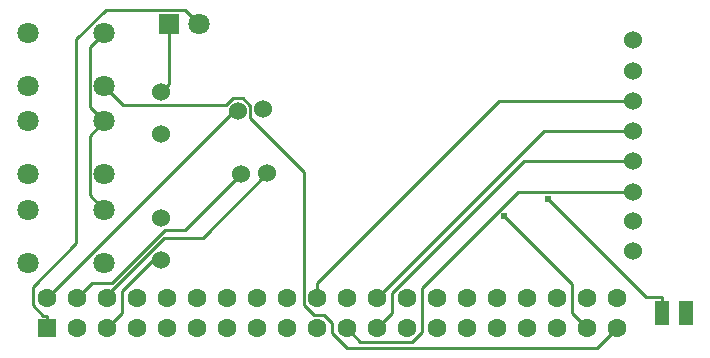
<source format=gbl>
G04 Layer: BottomLayer*
G04 EasyEDA v6.5.48, 2025-02-15 11:51:11*
G04 2cfd3feb97a147399bdab27a3ee501b3,839f2ca7e4414f50b7487098226930c6,10*
G04 Gerber Generator version 0.2*
G04 Scale: 100 percent, Rotated: No, Reflected: No *
G04 Dimensions in millimeters *
G04 leading zeros omitted , absolute positions ,4 integer and 5 decimal *
%FSLAX45Y45*%
%MOMM*%

%ADD10C,0.2540*%
%ADD11C,1.6000*%
%ADD12R,1.6000X1.6000*%
%ADD13R,1.1989X2.1590*%
%ADD14C,1.5240*%
%ADD15C,1.8000*%
%ADD16R,1.8000X1.8000*%
%ADD17C,0.6100*%

%LPD*%
D10*
X6050940Y485886D02*
G01*
X5915050Y485886D01*
X5079949Y1320987D01*
X6050940Y349996D02*
G01*
X6050940Y485886D01*
X5799988Y1889998D02*
G01*
X5044008Y1889998D01*
X3631006Y476996D01*
X5799988Y1639986D02*
G01*
X4876672Y1639986D01*
X3758006Y521319D01*
X3758006Y349996D01*
X3631006Y222996D01*
X5799988Y1379992D02*
G01*
X4827117Y1379992D01*
X4012006Y564880D01*
X4012006Y193075D01*
X3927830Y108899D01*
X3491102Y108899D01*
X3377006Y222996D01*
X5799988Y2149993D02*
G01*
X4664125Y2149993D01*
X3123006Y608873D01*
X3123006Y476996D01*
X1345006Y476996D02*
G01*
X1345006Y503311D01*
X1832000Y990305D01*
X2156459Y990305D01*
X2701493Y1535338D01*
X1324990Y2724998D02*
G01*
X1205585Y2605592D01*
X1205585Y2094392D01*
X1324990Y1974987D01*
X1324990Y1974987D02*
G01*
X1200683Y1850679D01*
X1200683Y1349308D01*
X1324990Y1225001D01*
X1345006Y222996D02*
G01*
X1472006Y349996D01*
X1472006Y535467D01*
X1737918Y801380D01*
X1806447Y801380D01*
X2478201Y1525610D02*
G01*
X2005279Y1052687D01*
X1836699Y1052687D01*
X1392961Y608949D01*
X1222959Y608949D01*
X1091006Y476996D01*
X2454681Y2064649D02*
G01*
X2424658Y2064649D01*
X837006Y476996D01*
X4705731Y1175776D02*
G01*
X5282006Y599500D01*
X5282006Y349996D01*
X5409006Y222996D01*
X1324990Y2275011D02*
G01*
X1486890Y2113112D01*
X2355672Y2113112D01*
X2413228Y2170668D01*
X2497734Y2170668D01*
X2560345Y2108057D01*
X2560345Y2003943D01*
X3014903Y1549384D01*
X3014903Y417281D01*
X3101086Y331099D01*
X3182721Y331099D01*
X3250006Y263814D01*
X3250006Y183321D01*
X3377209Y56118D01*
X5496128Y56118D01*
X5663006Y222996D01*
X837006Y222996D02*
G01*
X837006Y330921D01*
X837006Y330921D02*
G01*
X810031Y330921D01*
X717448Y423504D01*
X717448Y570494D01*
X1088059Y941105D01*
X1088059Y2669854D01*
X1336294Y2918089D01*
X2008911Y2918089D01*
X2126995Y2800004D01*
X1872995Y2800004D02*
G01*
X1872995Y2290328D01*
X1806447Y2223780D01*
D11*
G01*
X5663006Y476986D03*
G01*
X5663006Y222986D03*
G01*
X5409006Y476986D03*
G01*
X5409006Y222986D03*
G01*
X5155006Y476986D03*
G01*
X5155006Y222986D03*
G01*
X4901006Y476986D03*
G01*
X4901006Y222986D03*
G01*
X4647006Y476986D03*
G01*
X4647006Y222986D03*
G01*
X4393006Y476986D03*
G01*
X4393006Y222986D03*
G01*
X4139006Y476986D03*
G01*
X4139006Y222986D03*
G01*
X3885006Y476986D03*
G01*
X3885006Y222986D03*
G01*
X3631006Y476986D03*
G01*
X3631006Y222986D03*
G01*
X3377006Y476986D03*
G01*
X3377006Y222986D03*
G01*
X3123006Y476986D03*
G01*
X3123006Y222986D03*
G01*
X2869006Y476986D03*
G01*
X2869006Y222986D03*
G01*
X2615006Y476986D03*
G01*
X2615006Y222986D03*
G01*
X2361006Y476986D03*
G01*
X2361006Y222986D03*
G01*
X2107006Y476986D03*
G01*
X2107006Y222986D03*
G01*
X1853006Y476986D03*
G01*
X1853006Y222986D03*
G01*
X1599006Y476986D03*
G01*
X1599006Y222986D03*
G01*
X1345006Y476986D03*
G01*
X1345006Y222986D03*
G01*
X1091006Y476986D03*
G01*
X1091006Y222986D03*
G01*
X837006Y476986D03*
D12*
G01*
X837006Y222986D03*
D13*
G01*
X6249060Y349986D03*
G01*
X6050940Y349986D03*
D14*
G01*
X1806447Y2223770D03*
G01*
X1806447Y1868170D03*
G01*
X1806447Y1156970D03*
G01*
X1806447Y801370D03*
D15*
G01*
X2126995Y2799994D03*
D16*
G01*
X1872995Y2799994D03*
D15*
G01*
X1324990Y1224991D03*
G01*
X675004Y1224991D03*
G01*
X1324990Y775004D03*
G01*
X675004Y775004D03*
G01*
X1324990Y1974977D03*
G01*
X675004Y1974977D03*
G01*
X1324990Y1524990D03*
G01*
X675004Y1524990D03*
G01*
X1324990Y2724988D03*
G01*
X675004Y2724988D03*
G01*
X1324990Y2275001D03*
G01*
X675004Y2275001D03*
D14*
G01*
X2478201Y1525625D03*
G01*
X2701493Y1535328D03*
G01*
X2666009Y2078736D03*
G01*
X2454681Y2064638D03*
G01*
X5799988Y2659989D03*
G01*
X5799988Y879982D03*
G01*
X5799988Y2399969D03*
G01*
X5799988Y1129969D03*
G01*
X5799988Y1379981D03*
G01*
X5799988Y1639976D03*
G01*
X5799988Y1889988D03*
G01*
X5799988Y2149982D03*
D17*
G01*
X5079949Y1320977D03*
G01*
X4705731Y1175765D03*
M02*

</source>
